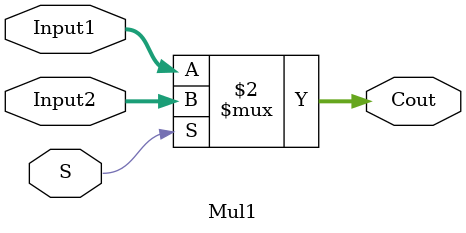
<source format=v>

module Mul1 ( Input1,	
			  Input2,
			  S,
			  Cout);

	input [4:0] Input1;
	input [4:0] Input2;
	input S;
	
	output [4:0] Cout;
	
	assign Cout = (S == 0) ? Input1 : Input2;
	
endmodule
</source>
